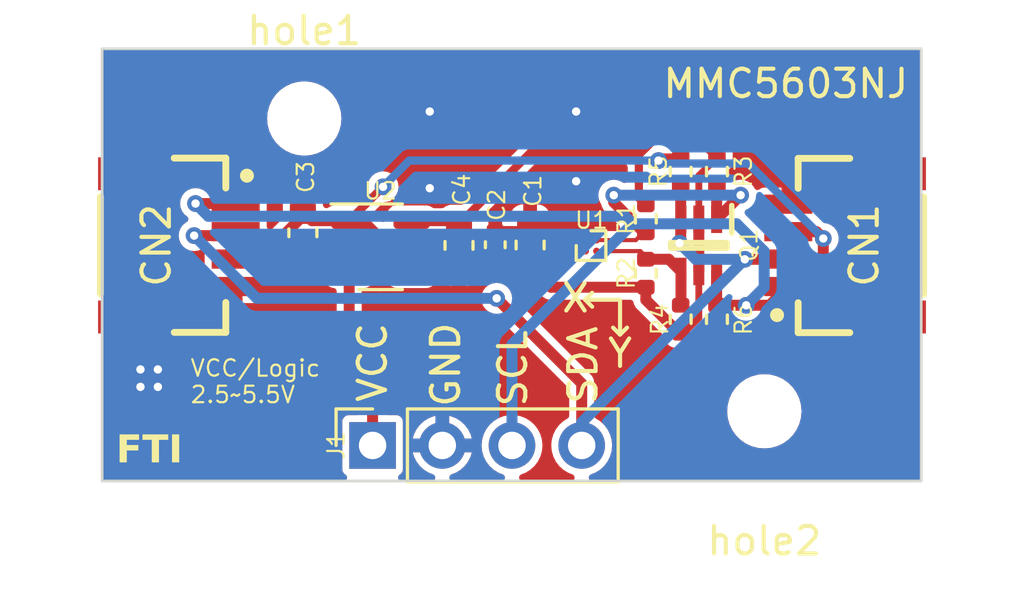
<source format=kicad_pcb>
(kicad_pcb (version 20221018) (generator pcbnew)
  (layers (0 "F.Cu" signal) (31 "B.Cu" signal) (34 "B.Paste" user) (35 "F.Paste" user) (36 "B.SilkS" user "B.Silkscreen") (37 "F.SilkS" user "F.Silkscreen") (38 "B.Mask" user) (39 "F.Mask" user) (44 "Edge.Cuts" user))
  (net 0 "")
  (net 1 "+1V8")
  (net 2 "GND")
  (net 3 "VCC")
  (net 4 "/SCL")
  (net 5 "/SDA")
  (net 10 "/MSCL")
  (net 11 "/MSDA")
  (footprint "Package_BGA:WLP-4_0.86x0.86mm_P0.4mm" (layer "F.Cu") (at 153.4509 97.3416)
    (fp_text reference "U1" (at 0.0159 -0.9232) (layer "F.SilkS") (effects (font (size 0.6 0.6) (thickness 0.08))))
    (fp_text value "MMC5633NJ")
    (fp_line (start -0.54 0) (end -0.54 0.54) (stroke (width 0.12)) (layer "F.SilkS"))
    (fp_line (start -0.54 0.54) (end 0.54 0.54) (stroke (width 0.12)) (layer "F.SilkS"))
    (fp_line (start 0.54 -0.54) (end 0 -0.54) (stroke (width 0.12)) (layer "F.SilkS"))
    (fp_line (start 0.54 0.54) (end 0.54 -0.54) (stroke (width 0.12)) (layer "F.SilkS"))
    (pad "A1" smd circle (at -0.2 -0.2) (size 0.25 0.25) (layers "F.Cu" "F.Paste" "F.Mask") (net 2 "GND"))
    (pad "A2" smd circle (at 0.2 -0.2) (size 0.25 0.25) (layers "F.Cu" "F.Paste" "F.Mask") (net 10 "/MSCL"))
    (pad "B1" smd circle (at -0.2 0.2) (size 0.25 0.25) (layers "F.Cu" "F.Paste" "F.Mask") (net 1 "+1V8"))
    (pad "B2" smd circle (at 0.2 0.2) (size 0.25 0.25) (layers "F.Cu" "F.Paste" "F.Mask") (net 11 "/MSDA"))
  )
  (footprint "MMC5603-Module:CONN-SMD_AFC10-S04QCA-00" (layer "F.Cu") (at 162.5092 97.3328 90)
    (fp_text reference "CN1" (at 0 0.8972 90) (layer "F.SilkS"))
    (fp_text value "AFC10-S04QCA-00")
    (fp_line (start -3.18 -1.51) (end -2.09 -1.51) (stroke (width 0.25)) (layer "F.SilkS"))
    (fp_line (start -3.18 0.37) (end -3.18 -1.51) (stroke (width 0.25)) (layer "F.SilkS"))
    (fp_line (start -1.78 3.06) (end 1.77 3.06) (stroke (width 0.25)) (layer "F.SilkS"))
    (fp_line (start 2.08 -1.51) (end 3.17 -1.51) (stroke (width 0.25)) (layer "F.SilkS"))
    (fp_line (start 3.17 -1.51) (end 3.17 0.37) (stroke (width 0.25)) (layer "F.SilkS"))
    (fp_circle (center -2.54 -2.28) (end -2.41 -2.28) (stroke (width 0.25)) (fill none) (layer "F.SilkS"))
    (pad "1" smd rect (at -1.5 -1.87 90) (size 0.7 1.75) (layers "F.Cu" "F.Paste" "F.Mask") (net 4 "/SCL"))
    (pad "2" smd rect (at -0.5 -1.87 90) (size 0.7 1.75) (layers "F.Cu" "F.Paste" "F.Mask") (net 5 "/SDA"))
    (pad "3" smd rect (at 0.5 -1.87 90) (size 0.7 1.75) (layers "F.Cu" "F.Paste" "F.Mask") (net 3 "VCC"))
    (pad "4" smd rect (at 1.5 -1.87 90) (size 0.7 1.75) (layers "F.Cu" "F.Paste" "F.Mask") (net 2 "GND"))
    (pad "5" smd rect (at -2.61 1.87 90) (size 1.2 2.55) (layers "F.Cu" "F.Paste" "F.Mask"))
    (pad "6" smd rect (at 2.61 1.87 90) (size 1.2 2.55) (layers "F.Cu" "F.Paste" "F.Mask"))
  )
  (footprint "Capacitor_SMD:C_0603_1608Metric" (layer "F.Cu") (at 148.6408 97.3328 -90)
    (fp_text reference "C4" (at -2.032 -0.1016 90) (layer "F.SilkS") (effects (font (size 0.6 0.6) (thickness 0.08))))
    (fp_text value "1u")
    (fp_line (start -0.14058 -0.51) (end 0.14058 -0.51) (stroke (width 0.12)) (layer "F.SilkS"))
    (fp_line (start -0.14058 0.51) (end 0.14058 0.51) (stroke (width 0.12)) (layer "F.SilkS"))
    (pad "1" smd roundrect (at -0.775 0 270) (size 0.9 0.95) (layers "F.Cu" "F.Paste" "F.Mask") (net 1 "+1V8"))
    (pad "2" smd roundrect (at 0.775 0 270) (size 0.9 0.95) (layers "F.Cu" "F.Paste" "F.Mask") (net 2 "GND"))
  )
  (footprint "Capacitor_SMD:C_0402_1005Metric" (layer "F.Cu") (at 149.9616 97.31 90)
    (fp_text reference "C2" (at 1.4504 0.0508 90) (layer "F.SilkS") (effects (font (size 0.6 0.6) (thickness 0.08))))
    (fp_text value "100n")
    (fp_line (start -0.107836 -0.36) (end 0.107836 -0.36) (stroke (width 0.12)) (layer "F.SilkS"))
    (fp_line (start -0.107836 0.36) (end 0.107836 0.36) (stroke (width 0.12)) (layer "F.SilkS"))
    (pad "1" smd roundrect (at -0.48 0 90) (size 0.56 0.62) (layers "F.Cu" "F.Paste" "F.Mask") (net 1 "+1V8"))
    (pad "2" smd roundrect (at 0.48 0 90) (size 0.56 0.62) (layers "F.Cu" "F.Paste" "F.Mask") (net 2 "GND"))
  )
  (footprint "MMC5603-Module:CONN-SMD_AFC10-S04QCA-00" (layer "F.Cu") (at 138.6332 97.3328 -90)
    (fp_text reference "CN2" (at 0 1.021 90) (layer "F.SilkS"))
    (fp_text value "AFC10-S04QCA-00")
    (fp_line (start -3.18 -1.51) (end -2.09 -1.51) (stroke (width 0.25)) (layer "F.SilkS"))
    (fp_line (start -3.18 0.37) (end -3.18 -1.51) (stroke (width 0.25)) (layer "F.SilkS"))
    (fp_line (start -1.78 3.06) (end 1.77 3.06) (stroke (width 0.25)) (layer "F.SilkS"))
    (fp_line (start 2.08 -1.51) (end 3.17 -1.51) (stroke (width 0.25)) (layer "F.SilkS"))
    (fp_line (start 3.17 -1.51) (end 3.17 0.37) (stroke (width 0.25)) (layer "F.SilkS"))
    (fp_circle (center -2.54 -2.28) (end -2.41 -2.28) (stroke (width 0.25)) (fill none) (layer "F.SilkS"))
    (pad "1" smd rect (at -1.5 -1.87 270) (size 0.7 1.75) (layers "F.Cu" "F.Paste" "F.Mask") (net 4 "/SCL"))
    (pad "2" smd rect (at -0.5 -1.87 270) (size 0.7 1.75) (layers "F.Cu" "F.Paste" "F.Mask") (net 5 "/SDA"))
    (pad "3" smd rect (at 0.5 -1.87 270) (size 0.7 1.75) (layers "F.Cu" "F.Paste" "F.Mask") (net 3 "VCC"))
    (pad "4" smd rect (at 1.5 -1.87 270) (size 0.7 1.75) (layers "F.Cu" "F.Paste" "F.Mask") (net 2 "GND"))
    (pad "5" smd rect (at -2.61 1.87 270) (size 1.2 2.55) (layers "F.Cu" "F.Paste" "F.Mask"))
    (pad "6" smd rect (at 2.61 1.87 270) (size 1.2 2.55) (layers "F.Cu" "F.Paste" "F.Mask"))
  )
  (footprint "Resistor_SMD:R_0402_1005Metric" (layer "F.Cu") (at 158.0388 94.6424 90)
    (fp_text reference "R3" (at 0.002 0.9652 90) (layer "F.SilkS") (effects (font (size 0.6 0.6) (thickness 0.08))))
    (fp_text value "2.2k")
    (fp_line (start -0.153641 -0.38) (end 0.153641 -0.38) (stroke (width 0.12)) (layer "F.SilkS"))
    (fp_line (start -0.153641 0.38) (end 0.153641 0.38) (stroke (width 0.12)) (layer "F.SilkS"))
    (pad "1" smd roundrect (at -0.51 0 90) (size 0.54 0.64) (layers "F.Cu" "F.Paste" "F.Mask") (net 10 "/MSCL"))
    (pad "2" smd roundrect (at 0.51 0 90) (size 0.54 0.64) (layers "F.Cu" "F.Paste" "F.Mask") (net 1 "+1V8"))
  )
  (footprint "Connector_PinSocket_2.54mm:PinSocket_1x04_P2.54mm_Vertical" (layer "F.Cu") (at 145.4912 104.623 90)
    (fp_text reference "J1" (at 0 -1.33 90) (layer "F.SilkS") (effects (font (size 0.6 0.6) (thickness 0.08))))
    (fp_text value "Conn_01x04_Pin")
    (fp_line (start -1.33 1.27) (end -1.33 8.95) (stroke (width 0.12)) (layer "F.SilkS"))
    (fp_line (start -1.33 1.27) (end 1.33 1.27) (stroke (width 0.12)) (layer "F.SilkS"))
    (fp_line (start -1.33 8.95) (end 1.33 8.95) (stroke (width 0.12)) (layer "F.SilkS"))
    (fp_line (start 0 -1.33) (end 1.33 -1.33) (stroke (width 0.12)) (layer "F.SilkS"))
    (fp_line (start 1.33 -1.33) (end 1.33 0) (stroke (width 0.12)) (layer "F.SilkS"))
    (fp_line (start 1.33 1.27) (end 1.33 8.95) (stroke (width 0.12)) (layer "F.SilkS"))
    (pad "1" thru_hole rect (at 0 0 90) (size 1.7 1.7) (drill 1) (layers "*.Cu" "*.Mask") (net 3 "VCC"))
    (pad "2" thru_hole oval (at 0 2.54 90) (size 1.7 1.7) (drill 1) (layers "*.Cu" "*.Mask") (net 2 "GND"))
    (pad "3" thru_hole oval (at 0 5.08 90) (size 1.7 1.7) (drill 1) (layers "*.Cu" "*.Mask") (net 4 "/SCL"))
    (pad "4" thru_hole oval (at 0 7.62 90) (size 1.7 1.7) (drill 1) (layers "*.Cu" "*.Mask") (net 5 "/SDA"))
  )
  (footprint "MountingHole:MountingHole_2.2mm_M2" (layer "F.Cu") (at 159.766 103.378)
    (fp_text reference "hole2" (at 0 4.7244) (layer "F.SilkS"))
    (fp_text value "MountingHole_2.2mm_M2")
    (pad "" np_thru_hole circle (at 0 0) (size 2.2 2.2) (drill 2.2) (layers "*.Cu" "*.Mask"))
  )
  (footprint "Package_TO_SOT_SMD:SOT-23-5" (layer "F.Cu") (at 145.7761 97.3836)
    (fp_text reference "U2" (at 0 -2.032) (layer "F.SilkS") (effects (font (size 0.6 0.6) (thickness 0.08))))
    (fp_text value "MIC5504-1.8YM5")
    (fp_line (start 0 -1.56) (end -1.8 -1.56) (stroke (width 0.12)) (layer "F.SilkS"))
    (fp_line (start 0 -1.56) (end 0.8 -1.56) (stroke (width 0.12)) (layer "F.SilkS"))
    (fp_line (start 0 1.56) (end -0.8 1.56) (stroke (width 0.12)) (layer "F.SilkS"))
    (fp_line (start 0 1.56) (end 0.8 1.56) (stroke (width 0.12)) (layer "F.SilkS"))
    (pad "1" smd roundrect (at -1.1375 -0.95) (size 1.325 0.6) (layers "F.Cu" "F.Paste" "F.Mask") (net 3 "VCC"))
    (pad "2" smd roundrect (at -1.1375 0) (size 1.325 0.6) (layers "F.Cu" "F.Paste" "F.Mask") (net 2 "GND"))
    (pad "3" smd roundrect (at -1.1375 0.95) (size 1.325 0.6) (layers "F.Cu" "F.Paste" "F.Mask") (net 3 "VCC"))
    (pad "4" smd roundrect (at 1.1375 0.95) (size 1.325 0.6) (layers "F.Cu" "F.Paste" "F.Mask"))
    (pad "5" smd roundrect (at 1.1375 -0.95) (size 1.325 0.6) (layers "F.Cu" "F.Paste" "F.Mask") (net 1 "+1V8"))
  )
  (footprint "2n7002:SOT65P210X110-6N" (layer "F.Cu") (at 157.3784 97.3328 -90)
    (fp_text reference "Q1" (at 0 -1.8288 90) (layer "F.SilkS") (effects (font (size 0.6 0.6) (thickness 0.08))))
    (fp_text value "2N7002KDW" hide)
    (fp_line (start -1.45 -1.2) (end -0.45 -1.2) (stroke (width 0.2)) (layer "F.SilkS"))
    (fp_line (start -0.1 -1.025) (end 0.1 -1.025) (stroke (width 0.2)) (layer "F.SilkS"))
    (fp_line (start -0.1 1.025) (end -0.1 -1.025) (stroke (width 0.2)) (layer "F.SilkS"))
    (fp_line (start 0.1 -1.025) (end 0.1 1.025) (stroke (width 0.2)) (layer "F.SilkS"))
    (fp_line (start 0.1 1.025) (end -0.1 1.025) (stroke (width 0.2)) (layer "F.SilkS"))
    (pad "1" smd rect (at -0.95 -0.65) (size 0.4 1) (layers "F.Cu" "F.Paste" "F.Mask") (net 10 "/MSCL"))
    (pad "2" smd rect (at -0.95 0) (size 0.4 1) (layers "F.Cu" "F.Paste" "F.Mask") (net 1 "+1V8"))
    (pad "3" smd rect (at -0.95 0.65) (size 0.4 1) (layers "F.Cu" "F.Paste" "F.Mask") (net 5 "/SDA"))
    (pad "4" smd rect (at 0.95 0.65) (size 0.4 1) (layers "F.Cu" "F.Paste" "F.Mask") (net 11 "/MSDA"))
    (pad "5" smd rect (at 0.95 0) (size 0.4 1) (layers "F.Cu" "F.Paste" "F.Mask") (net 1 "+1V8"))
    (pad "6" smd rect (at 0.95 -0.65) (size 0.4 1) (layers "F.Cu" "F.Paste" "F.Mask") (net 4 "/SCL"))
  )
  (footprint "Resistor_SMD:R_0402_1005Metric" (layer "F.Cu") (at 156.718 94.6424 90)
    (fp_text reference "R5" (at 0 -0.8128 90) (layer "F.SilkS") (effects (font (size 0.6 0.6) (thickness 0.08))))
    (fp_text value "2.2k")
    (fp_line (start -0.153641 -0.38) (end 0.153641 -0.38) (stroke (width 0.12)) (layer "F.SilkS"))
    (fp_line (start -0.153641 0.38) (end 0.153641 0.38) (stroke (width 0.12)) (layer "F.SilkS"))
    (pad "1" smd roundrect (at -0.51 0 90) (size 0.54 0.64) (layers "F.Cu" "F.Paste" "F.Mask") (net 5 "/SDA"))
    (pad "2" smd roundrect (at 0.51 0 90) (size 0.54 0.64) (layers "F.Cu" "F.Paste" "F.Mask") (net 3 "VCC"))
  )
  (footprint "Capacitor_SMD:C_0603_1608Metric" (layer "F.Cu") (at 151.2316 97.3198 90)
    (fp_text reference "C1" (at 1.9682 0.1016 90) (layer "F.SilkS") (effects (font (size 0.6 0.6) (thickness 0.08))))
    (fp_text value "1u")
    (fp_line (start -0.14058 -0.51) (end 0.14058 -0.51) (stroke (width 0.12)) (layer "F.SilkS"))
    (fp_line (start -0.14058 0.51) (end 0.14058 0.51) (stroke (width 0.12)) (layer "F.SilkS"))
    (pad "1" smd roundrect (at -0.775 0 90) (size 0.9 0.95) (layers "F.Cu" "F.Paste" "F.Mask") (net 1 "+1V8"))
    (pad "2" smd roundrect (at 0.775 0 90) (size 0.9 0.95) (layers "F.Cu" "F.Paste" "F.Mask") (net 2 "GND"))
  )
  (footprint "Capacitor_SMD:C_0603_1608Metric" (layer "F.Cu") (at 142.9512 96.8756 -90)
    (fp_text reference "C3" (at -2.032 -0.1016 90) (layer "F.SilkS") (effects (font (size 0.6 0.6) (thickness 0.08))))
    (fp_text value "1u")
    (fp_line (start -0.14058 -0.51) (end 0.14058 -0.51) (stroke (width 0.12)) (layer "F.SilkS"))
    (fp_line (start -0.14058 0.51) (end 0.14058 0.51) (stroke (width 0.12)) (layer "F.SilkS"))
    (pad "1" smd roundrect (at -0.775 0 270) (size 0.9 0.95) (layers "F.Cu" "F.Paste" "F.Mask") (net 3 "VCC"))
    (pad "2" smd roundrect (at 0.775 0 270) (size 0.9 0.95) (layers "F.Cu" "F.Paste" "F.Mask") (net 2 "GND"))
  )
  (footprint "Resistor_SMD:R_0402_1005Metric" (layer "F.Cu") (at 155.448 98.3488 90)
    (fp_text reference "R2" (at 0 -0.7112 90) (layer "F.SilkS") (effects (font (size 0.6 0.6) (thickness 0.08))))
    (fp_text value "2.2k")
    (fp_line (start -0.153641 -0.38) (end 0.153641 -0.38) (stroke (width 0.12)) (layer "F.SilkS"))
    (fp_line (start -0.153641 0.38) (end 0.153641 0.38) (stroke (width 0.12)) (layer "F.SilkS"))
    (pad "1" smd roundrect (at -0.51 0 90) (size 0.54 0.64) (layers "F.Cu" "F.Paste" "F.Mask") (net 1 "+1V8"))
    (pad "2" smd roundrect (at 0.51 0 90) (size 0.54 0.64) (layers "F.Cu" "F.Paste" "F.Mask") (net 11 "/MSDA"))
  )
  (footprint "Resistor_SMD:R_0402_1005Metric" (layer "F.Cu") (at 158.0388 100.0252 -90)
    (fp_text reference "R6" (at 0 -0.9652 90) (layer "F.SilkS") (effects (font (size 0.6 0.6) (thickness 0.08))))
    (fp_text value "2.2k")
    (fp_line (start -0.153641 -0.38) (end 0.153641 -0.38) (stroke (width 0.12)) (layer "F.SilkS"))
    (fp_line (start -0.153641 0.38) (end 0.153641 0.38) (stroke (width 0.12)) (layer "F.SilkS"))
    (pad "1" smd roundrect (at -0.51 0 270) (size 0.54 0.64) (layers "F.Cu" "F.Paste" "F.Mask") (net 4 "/SCL"))
    (pad "2" smd roundrect (at 0.51 0 270) (size 0.54 0.64) (layers "F.Cu" "F.Paste" "F.Mask") (net 3 "VCC"))
  )
  (footprint "MountingHole:MountingHole_2.2mm_M2" (layer "F.Cu") (at 143.002 92.71)
    (fp_text reference "hole1" (at 0 -3.2) (layer "F.SilkS"))
    (fp_text value "MountingHole_2.2mm_M2")
    (pad "" np_thru_hole circle (at 0 0) (size 2.2 2.2) (drill 2.2) (layers "*.Cu" "*.Mask"))
  )
  (footprint "Resistor_SMD:R_0402_1005Metric" (layer "F.Cu") (at 155.448 96.3656 -90)
    (fp_text reference "R1" (at 0.002 0.7112 90) (layer "F.SilkS") (effects (font (size 0.6 0.6) (thickness 0.08))))
    (fp_text value "2.2k")
    (fp_line (start -0.153641 -0.38) (end 0.153641 -0.38) (stroke (width 0.12)) (layer "F.SilkS"))
    (fp_line (start -0.153641 0.38) (end 0.153641 0.38) (stroke (width 0.12)) (layer "F.SilkS"))
    (pad "1" smd roundrect (at -0.51 0 270) (size 0.54 0.64) (layers "F.Cu" "F.Paste" "F.Mask") (net 1 "+1V8"))
    (pad "2" smd roundrect (at 0.51 0 270) (size 0.54 0.64) (layers "F.Cu" "F.Paste" "F.Mask") (net 10 "/MSCL"))
  )
  (footprint "Resistor_SMD:R_0402_1005Metric" (layer "F.Cu") (at 156.718 100.0232 -90)
    (fp_text reference "R4" (at 0.002 0.762 90) (layer "F.SilkS") (effects (font (size 0.6 0.6) (thickness 0.08))))
    (fp_text value "2.2k")
    (fp_line (start -0.153641 -0.38) (end 0.153641 -0.38) (stroke (width 0.12)) (layer "F.SilkS"))
    (fp_line (start -0.153641 0.38) (end 0.153641 0.38) (stroke (width 0.12)) (layer "F.SilkS"))
    (pad "1" smd roundrect (at -0.51 0 270) (size 0.54 0.64) (layers "F.Cu" "F.Paste" "F.Mask") (net 11 "/MSDA"))
    (pad "2" smd roundrect (at 0.51 0 270) (size 0.54 0.64) (layers "F.Cu" "F.Paste" "F.Mask") (net 1 "+1V8"))
  )
  (gr_line (start 154.5082 99.314) (end 154.5082 100.584) (stroke (width 0.15)) (layer "F.SilkS"))
  (gr_line (start 154.2542 100.33) (end 154.5082 100.584) (stroke (width 0.15)) (layer "F.SilkS"))
  (gr_line (start 154.5082 100.584) (end 154.7622 100.33) (stroke (width 0.15)) (layer "F.SilkS"))
  (gr_line (start 154.5082 99.314) (end 153.2382 99.314) (stroke (width 0.15)) (layer "F.SilkS"))
  (gr_line (start 153.2382 99.314) (end 153.4922 99.06) (stroke (width 0.15)) (layer "F.SilkS"))
  (gr_line (start 153.2382 99.314) (end 153.4922 99.568) (stroke (width 0.15)) (layer "F.SilkS"))
  (gr_line (start 165.481 90.17) (end 135.636 90.17) (stroke (width 0.1)) (layer "Edge.Cuts"))
  (gr_line (start 135.636 105.918) (end 165.481 105.918) (stroke (width 0.1)) (layer "Edge.Cuts"))
  (gr_line (start 135.636 90.17) (end 135.636 105.918) (stroke (width 0.1)) (layer "Edge.Cuts"))
  (gr_line (start 165.481 105.918) (end 165.481 90.17) (stroke (width 0.1)) (layer "Edge.Cuts"))
  (gr_text "SDA" (at 153.162 103.2002 90) (layer "F.SilkS") (effects (font (size 1 1)) (justify left)))
  (gr_text "VCC" (at 145.4912 103.124 90) (layer "F.SilkS") (effects (font (size 1 1)) (justify left)))
  (gr_text "Y" (at 154.5082 101.2698) (layer "F.SilkS") (effects (font (size 1 1))))
  (gr_text "X" (at 152.8826 99.1616 180) (layer "F.SilkS") (effects (font (size 1 1))))
  (gr_text "VCC/Logic\n2.5~5.5V" (at 138.811 103.124) (layer "F.SilkS") (effects (font (size 0.6 0.6) (thickness 0.08)) (justify left bottom)))
  (gr_text "MMC5603NJ" (at 165.1 91.44) (layer "F.SilkS") (effects (font (size 1 1)) (justify right)))
  (gr_text "SCL" (at 150.6012 103.293 90) (layer "F.SilkS") (effects (font (size 1 1)) (justify left)))
  (gr_text "FTI" (at 136.144 105.41) (layer "F.SilkS") (effects (font (size 1 1) (thickness 0.2) bold italic) (justify left bottom)))
  (gr_text "GND" (at 148.1582 103.3018 90) (layer "F.SilkS") (effects (font (size 1 1)) (justify left)))
  (segment (start 153.2509 97.5416) (end 151.7848 97.5416) (width 0.15) (layer "F.Cu") (net 1))
  (segment (start 155.448 95.8556) (end 155.194 95.6016) (width 0.3) (layer "F.Cu") (net 1))
  (segment (start 148.6408 96.5578) (end 148.6408 96.582875) (width 0.4) (layer "F.Cu") (net 1))
  (segment (start 155.194 94.0308) (end 155.448 93.7768) (width 0.3) (layer "F.Cu") (net 1))
  (segment (start 155.194 94.0308) (end 155.122853 93.959653) (width 0.3) (layer "F.Cu") (net 1))
  (segment (start 155.122853 93.959653) (end 151.238947 93.959653) (width 0.3) (layer "F.Cu") (net 1))
  (segment (start 151.238947 93.959653) (end 148.6408 96.5578) (width 0.3) (layer "F.Cu") (net 1))
  (segment (start 156.718 100.5332) (end 156.661396 100.5332) (width 0.4) (layer "F.Cu") (net 1))
  (segment (start 157.4188 93.5124) (end 158.0388 94.1324) (width 0.3) (layer "F.Cu") (net 1))
  (segment (start 156.661396 100.5332) (end 155.448 99.319804) (width 0.4) (layer "F.Cu") (net 1))
  (segment (start 146.9136 96.4336) (end 148.5166 96.4336) (width 0.4) (layer "F.Cu") (net 1))
  (segment (start 156.718 100.5332) (end 156.8196 100.5332) (width 0.4) (layer "F.Cu") (net 1))
  (segment (start 149.847925 97.79) (end 149.9616 97.79) (width 0.4) (layer "F.Cu") (net 1))
  (segment (start 157.3784 99.9744) (end 157.3784 98.2828) (width 0.25) (layer "F.Cu") (net 1))
  (segment (start 151.7848 97.5416) (end 151.2316 98.0948) (width 0.15) (layer "F.Cu") (net 1))
  (segment (start 157.3784 94.7928) (end 157.3784 96.3828) (width 0.25) (layer "F.Cu") (net 1))
  (segment (start 155.7124 93.5124) (end 157.4188 93.5124) (width 0.3) (layer "F.Cu") (net 1))
  (segment (start 148.6408 96.582875) (end 149.847925 97.79) (width 0.4) (layer "F.Cu") (net 1))
  (segment (start 155.194 95.6016) (end 155.194 94.0308) (width 0.3) (layer "F.Cu") (net 1))
  (segment (start 151.9956 98.8588) (end 151.2316 98.0948) (width 0.4) (layer "F.Cu") (net 1))
  (segment (start 155.448 93.7768) (end 155.7124 93.5124) (width 0.3) (layer "F.Cu") (net 1))
  (segment (start 149.9616 97.79) (end 150.9268 97.79) (width 0.4) (layer "F.Cu") (net 1))
  (segment (start 155.448 99.319804) (end 155.448 98.8588) (width 0.4) (layer "F.Cu") (net 1))
  (segment (start 158.0388 94.1324) (end 157.3784 94.7928) (width 0.25) (layer "F.Cu") (net 1))
  (segment (start 157.3784 98.2828) (end 157.3784 96.3828) (width 0.4) (layer "F.Cu") (net 1))
  (segment (start 156.8196 100.5332) (end 157.3784 99.9744) (width 0.25) (layer "F.Cu") (net 1))
  (segment (start 148.5166 96.4336) (end 148.6408 96.5578) (width 0.4) (layer "F.Cu") (net 1))
  (segment (start 155.448 98.8588) (end 151.9956 98.8588) (width 0.4) (layer "F.Cu") (net 1))
  (segment (start 150.9268 97.79) (end 151.2316 98.0948) (width 0.4) (layer "F.Cu") (net 1))
  (segment (start 149.9616 96.83) (end 150.9464 96.83) (width 0.4) (layer "F.Cu") (net 2))
  (segment (start 151.8284 97.1416) (end 151.2316 96.5448) (width 0.15) (layer "F.Cu") (net 2))
  (segment (start 150.9464 96.83) (end 151.2316 96.5448) (width 0.4) (layer "F.Cu") (net 2))
  (segment (start 153.2509 97.1416) (end 151.8284 97.1416) (width 0.15) (layer "F.Cu") (net 2))
  (via (at 147.574 92.456) (size 0.61) (drill 0.305) (layers "F.Cu" "B.Cu") (net 2))
  (via (at 137.668 102.489) (size 0.61) (drill 0.305) (layers "F.Cu" "B.Cu") (net 2))
  (via (at 152.908 94.996) (size 0.61) (drill 0.305) (layers "F.Cu" "B.Cu") (net 2))
  (via (at 137.668 101.854) (size 0.61) (drill 0.305) (layers "F.Cu" "B.Cu") (net 2))
  (via (at 137.033 101.854) (size 0.61) (drill 0.305) (layers "F.Cu" "B.Cu") (net 2))
  (via (at 137.033 102.489) (size 0.61) (drill 0.305) (layers "F.Cu" "B.Cu") (net 2))
  (via (at 147.574 95.25) (size 0.61) (drill 0.305) (layers "F.Cu" "B.Cu") (net 2))
  (via (at 152.908 92.456) (size 0.61) (drill 0.305) (layers "F.Cu" "B.Cu") (net 2))
  (segment (start 144.6386 98.3336) (end 145.128917 98.3336) (width 0.4) (layer "F.Cu") (net 3))
  (segment (start 145.7011 97.005783) (end 145.128917 96.4336) (width 0.4) (layer "F.Cu") (net 3))
  (segment (start 143.2842 96.4336) (end 142.9512 96.1006) (width 0.4) (layer "F.Cu") (net 3))
  (segment (start 161.9142 97.0828) (end 161.6642 96.8328) (width 0.4) (layer "F.Cu") (net 3))
  (segment (start 158.0388 100.5352) (end 160.9618 100.5352) (width 0.4) (layer "F.Cu") (net 3))
  (segment (start 145.4912 100.9396) (end 145.4912 104.623) (width 0.4) (layer "F.Cu") (net 3))
  (segment (start 145.7011 97.761417) (end 145.7011 97.005783) (width 0.4) (layer "F.Cu") (net 3))
  (segment (start 142.9512 96.1006) (end 142.9512 96.2614) (width 0.4) (layer "F.Cu") (net 3))
  (segment (start 156.018003 94.1324) (end 156.718 94.1324) (width 0.3) (layer "F.Cu") (net 3))
  (segment (start 145.873 95.1992) (end 144.6386 96.4336) (width 0.3) (layer "F.Cu") (net 3))
  (segment (start 144.6386 100.087) (end 145.4912 100.9396) (width 0.4) (layer "F.Cu") (net 3))
  (segment (start 160.9618 100.5352) (end 161.9142 99.5828) (width 0.4) (layer "F.Cu") (net 3))
  (segment (start 142.9512 96.2614) (end 141.3798 97.8328) (width 0.4) (layer "F.Cu") (net 3))
  (segment (start 141.3798 97.8328) (end 140.5032 97.8328) (width 0.4) (layer "F.Cu") (net 3))
  (segment (start 144.6386 98.3336) (end 144.6386 100.087) (width 0.4) (layer "F.Cu") (net 3))
  (segment (start 161.9142 99.5828) (end 161.9142 97.0828) (width 0.4) (layer "F.Cu") (net 3))
  (segment (start 161.6642 96.8328) (end 160.6392 96.8328) (width 0.4) (layer "F.Cu") (net 3))
  (segment (start 145.128917 98.3336) (end 145.7011 97.761417) (width 0.4) (layer "F.Cu") (net 3))
  (segment (start 144.6386 96.4336) (end 143.2842 96.4336) (width 0.4) (layer "F.Cu") (net 3))
  (segment (start 145.128917 96.4336) (end 144.6386 96.4336) (width 0.4) (layer "F.Cu") (net 3))
  (segment (start 155.908271 94.242132) (end 156.018003 94.1324) (width 0.3) (layer "F.Cu") (net 3))
  (via (at 155.908271 94.242132) (size 0.61) (drill 0.305) (layers "F.Cu" "B.Cu") (net 3))
  (via (at 161.9142 97.0828) (size 0.61) (drill 0.305) (layers "F.Cu" "B.Cu") (net 3))
  (via (at 145.873 95.1992) (size 0.61) (drill 0.305) (layers "F.Cu" "B.Cu") (net 3))
  (segment (start 159.181714 94.350314) (end 161.9142 97.0828) (width 0.3) (layer "B.Cu") (net 3))
  (segment (start 156.016453 94.350314) (end 159.181714 94.350314) (width 0.3) (layer "B.Cu") (net 3))
  (segment (start 145.873 95.1992) (end 146.830068 94.242132) (width 0.3) (layer "B.Cu") (net 3))
  (segment (start 146.830068 94.242132) (end 155.908271 94.242132) (width 0.3) (layer "B.Cu") (net 3))
  (segment (start 155.908271 94.242132) (end 156.016453 94.350314) (width 0.3) (layer "B.Cu") (net 3))
  (segment (start 159.1036 99.5152) (end 159.1056 99.5172) (width 0.4) (layer "F.Cu") (net 4))
  (segment (start 140.4792 95.8088) (end 140.5032 95.8328) (width 0.4) (layer "F.Cu") (net 4))
  (segment (start 139.0396 95.8088) (end 140.4792 95.8088) (width 0.4) (layer "F.Cu") (net 4))
  (segment (start 158.0284 99.5048) (end 158.0388 99.5152) (width 0.4) (layer "F.Cu") (net 4))
  (segment (start 159.1056 99.5172) (end 159.1076 99.5152) (width 0.4) (layer "F.Cu") (net 4))
  (segment (start 159.1076 99.5152) (end 159.9568 99.5152) (width 0.4) (layer "F.Cu") (net 4))
  (segment (start 159.9568 99.5152) (end 160.6392 98.8328) (width 0.4) (layer "F.Cu") (net 4))
  (segment (start 158.0388 99.5152) (end 159.1036 99.5152) (width 0.4) (layer "F.Cu") (net 4))
  (segment (start 158.0284 98.2828) (end 158.0284 99.5048) (width 0.4) (layer "F.Cu") (net 4))
  (via (at 159.1056 99.5172) (size 0.61) (drill 0.305) (layers "F.Cu" "B.Cu") (net 4))
  (via (at 139.0396 95.8088) (size 0.61) (drill 0.305) (layers "F.Cu" "B.Cu") (net 4))
  (segment (start 150.5712 100.9396) (end 150.5712 104.623) (width 0.4) (layer "B.Cu") (net 4))
  (segment (start 154.68947 96.2722) (end 139.503 96.2722) (width 0.4) (layer "B.Cu") (net 4))
  (segment (start 159.7598 98.863) (end 159.7598 97.548779) (width 0.4) (layer "B.Cu") (net 4))
  (segment (start 159.7598 97.548779) (end 158.757786 96.546765) (width 0.4) (layer "B.Cu") (net 4))
  (segment (start 159.1056 99.5172) (end 159.7598 98.863) (width 0.4) (layer "B.Cu") (net 4))
  (segment (start 139.503 96.2722) (end 139.0396 95.8088) (width 0.4) (layer "B.Cu") (net 4))
  (segment (start 154.964035 96.546765) (end 154.68947 96.2722) (width 0.4) (layer "B.Cu") (net 4))
  (segment (start 158.757786 96.546765) (end 154.964035 96.546765) (width 0.4) (layer "B.Cu") (net 4))
  (segment (start 154.964035 96.546765) (end 150.5712 100.9396) (width 0.4) (layer "B.Cu") (net 4))
  (segment (start 156.7284 95.1628) (end 156.718 95.1524) (width 0.4) (layer "F.Cu") (net 5))
  (segment (start 153.1112 104.623) (end 153.1112 102.362) (width 0.4) (layer "F.Cu") (net 5))
  (segment (start 159.0548 97.8408) (end 160.6312 97.8408) (width 0.4) (layer "F.Cu") (net 5))
  (segment (start 156.718 95.1524) (end 156.718 97.207665) (width 0.4) (layer "F.Cu") (net 5))
  (segment (start 140.3588 96.9772) (end 140.5032 96.8328) (width 0.4) (layer "F.Cu") (net 5))
  (segment (start 153.1112 102.362) (end 150.0124 99.2632) (width 0.4) (layer "F.Cu") (net 5))
  (segment (start 160.6312 97.8408) (end 160.6392 97.8328) (width 0.4) (layer "F.Cu") (net 5))
  (segment (start 138.9888 96.9772) (end 140.3588 96.9772) (width 0.4) (layer "F.Cu") (net 5))
  (segment (start 156.718 97.207665) (end 156.6739 97.251765) (width 0.4) (layer "F.Cu") (net 5))
  (via (at 138.9888 96.9772) (size 0.61) (drill 0.305) (layers "F.Cu" "B.Cu") (net 5))
  (via (at 159.0548 97.8408) (size 0.61) (drill 0.305) (layers "F.Cu" "B.Cu") (net 5))
  (via (at 150.0124 99.2632) (size 0.61) (drill 0.305) (layers "F.Cu" "B.Cu") (net 5))
  (via (at 156.6739 97.251765) (size 0.61) (drill 0.305) (layers "F.Cu" "B.Cu") (net 5))
  (segment (start 156.6739 97.251765) (end 157.262935 97.8408) (width 0.4) (layer "B.Cu") (net 5))
  (segment (start 157.262935 97.8408) (end 159.0548 97.8408) (width 0.4) (layer "B.Cu") (net 5))
  (segment (start 150.0124 99.2632) (end 141.2748 99.2632) (width 0.4) (layer "B.Cu") (net 5))
  (segment (start 159.0548 97.8408) (end 153.1112 103.7844) (width 0.4) (layer "B.Cu") (net 5))
  (segment (start 141.2748 99.2632) (end 138.9888 96.9772) (width 0.4) (layer "B.Cu") (net 5))
  (segment (start 153.1112 103.7844) (end 153.1112 104.623) (width 0.4) (layer "B.Cu") (net 5))
  (segment (start 159.0548 97.8408) (end 158.9532 97.8408) (width 0.4) (layer "B.Cu") (net 5))
  (segment (start 154.2796 95.763804) (end 155.391396 96.8756) (width 0.4) (layer "F.Cu") (net 10))
  (segment (start 158.0284 96.3828) (end 158.0284 96.378) (width 0.4) (layer "F.Cu") (net 10))
  (segment (start 153.6509 97.1416) (end 155.0824 97.1416) (width 0.15) (layer "F.Cu") (net 10))
  (segment (start 155.0824 97.1416) (end 155.448 96.776) (width 0.15) (layer "F.Cu") (net 10))
  (segment (start 158.0284 96.378) (end 158.9024 95.504) (width 0.4) (layer "F.Cu") (net 10))
  (segment (start 154.2796 95.504) (end 154.2796 95.763804) (width 0.4) (layer "F.Cu") (net 10))
  (segment (start 155.391396 96.8756) (end 155.448 96.8756) (width 0.4) (layer "F.Cu") (net 10))
  (segment (start 158.0284 96.3828) (end 158.0284 95.1628) (width 0.4) (layer "F.Cu") (net 10))
  (segment (start 158.0284 95.1628) (end 158.0388 95.1524) (width 0.4) (layer "F.Cu") (net 10))
  (via (at 158.9024 95.504) (size 0.61) (drill 0.305) (layers "F.Cu" "B.Cu") (net 10))
  (via (at 154.2796 95.504) (size 0.61) (drill 0.305) (layers "F.Cu" "B.Cu") (net 10))
  (segment (start 158.9024 95.504) (end 154.2796 95.504) (width 0.4) (layer "B.Cu") (net 10))
  (segment (start 156.7284 98.2828) (end 156.7284 99.5028) (width 0.4) (layer "F.Cu") (net 11))
  (segment (start 156.7284 99.5028) (end 156.718 99.5132) (width 0.4) (layer "F.Cu") (net 11))
  (segment (start 153.6509 97.5416) (end 155.2524 97.5416) (width 0.15) (layer "F.Cu") (net 11))
  (segment (start 156.7284 98.2828) (end 156.2844 97.8388) (width 0.4) (layer "F.Cu") (net 11))
  (segment (start 155.2524 97.5416) (end 155.448 97.7372) (width 0.15) (layer "F.Cu") (net 11))
  (segment (start 156.2844 97.8388) (end 155.448 97.8388) (width 0.4) (layer "F.Cu") (net 11))
  (zone (net 2) (net_name "GND") (layers "F&B.Cu") (connect_pads (clearance 0.254)) (min_thickness 0.25) (fill yes (thermal_gap 0.254) (thermal_bridge_width 0.5))
    (polygon (pts (xy 133.604 88.392) (xy 133.604 107.442) (xy 167.386 107.442) (xy 167.386 88.392)))
  )
)
</source>
